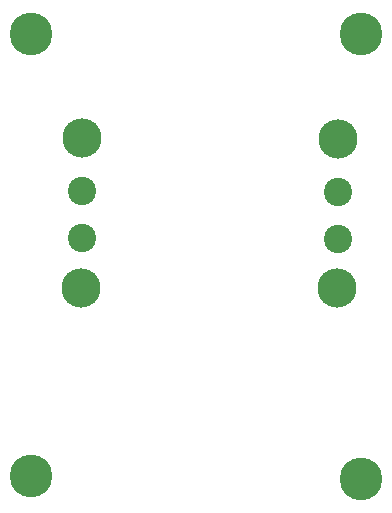
<source format=gbl>
G75*
G70*
%OFA0B0*%
%FSLAX24Y24*%
%IPPOS*%
%LPD*%
%AMOC8*
5,1,8,0,0,1.08239X$1,22.5*
%
%ADD10C,0.1424*%
%ADD11C,0.1306*%
%ADD12C,0.0945*%
D10*
X002049Y001183D03*
X013072Y001084D03*
X013072Y015946D03*
X002049Y015946D03*
D11*
X003761Y012452D03*
X003742Y007462D03*
X012265Y007452D03*
X012285Y012443D03*
D12*
X012285Y010681D03*
X012285Y009106D03*
X003761Y009116D03*
X003761Y010691D03*
M02*

</source>
